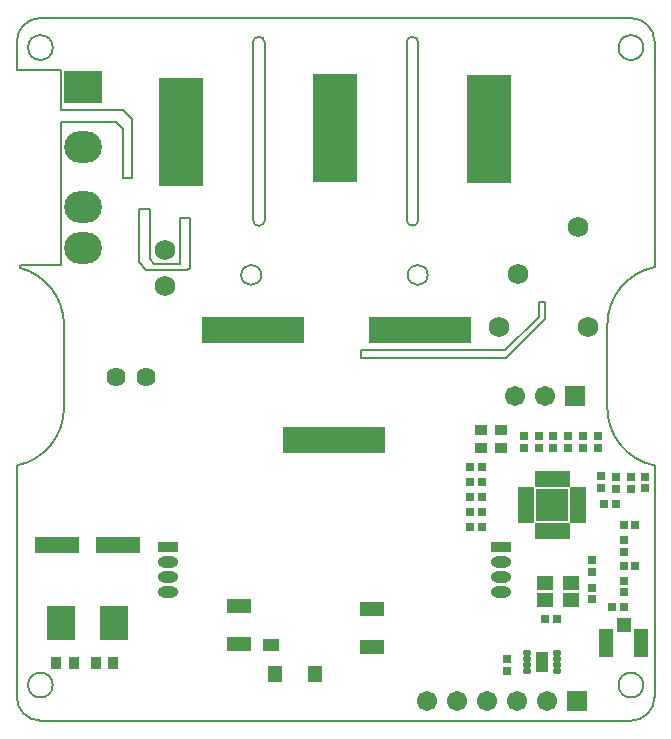
<source format=gts>
%FSLAX25Y25*%
%MOIN*%
G70*
G01*
G75*
G04 Layer_Color=8388736*
%ADD10C,0.01000*%
%ADD11C,0.00800*%
%ADD12C,0.03000*%
%ADD13C,0.02000*%
%ADD14C,0.04000*%
%ADD15R,0.11811X0.09843*%
%ADD16O,0.11811X0.09843*%
%ADD17R,0.02362X0.02362*%
%ADD18R,0.03347X0.02756*%
%ADD19R,0.09843X0.09843*%
%ADD20R,0.04724X0.01181*%
%ADD21R,0.01181X0.04724*%
%ADD22R,0.02362X0.02362*%
%ADD23R,0.03937X0.04134*%
%ADD24R,0.04134X0.08661*%
%ADD25R,0.04724X0.04331*%
%ADD26R,0.03543X0.06299*%
G04:AMPARAMS|DCode=27|XSize=21.65mil|YSize=9.84mil|CornerRadius=2.46mil|HoleSize=0mil|Usage=FLASHONLY|Rotation=0.000|XOffset=0mil|YOffset=0mil|HoleType=Round|Shape=RoundedRectangle|*
%AMROUNDEDRECTD27*
21,1,0.02165,0.00492,0,0,0.0*
21,1,0.01673,0.00984,0,0,0.0*
1,1,0.00492,0.00837,-0.00246*
1,1,0.00492,-0.00837,-0.00246*
1,1,0.00492,-0.00837,0.00246*
1,1,0.00492,0.00837,0.00246*
%
%ADD27ROUNDEDRECTD27*%
%ADD28R,0.04331X0.04724*%
%ADD29R,0.13780X0.04724*%
%ADD30R,0.08661X0.11024*%
%ADD31R,0.02756X0.03347*%
%ADD32R,0.07087X0.03937*%
%ADD33R,0.01969X0.03150*%
%ADD34R,0.02200X0.06800*%
%ADD35R,0.05000X0.08200*%
%ADD36R,0.19000X0.05200*%
%ADD37R,0.14100X0.20100*%
%ADD38R,0.19200X0.07300*%
%ADD39C,0.00500*%
%ADD40C,0.06000*%
%ADD41R,0.33465X0.07874*%
%ADD42O,0.06000X0.03000*%
%ADD43R,0.06000X0.03000*%
%ADD44R,0.05906X0.05906*%
%ADD45C,0.05906*%
%ADD46R,0.13780X0.35433*%
%ADD47C,0.02000*%
%ADD48C,0.03000*%
%ADD49C,0.04000*%
%ADD50R,0.03937X0.02362*%
%ADD51R,0.03937X0.07299*%
G04:AMPARAMS|DCode=52|XSize=157.48mil|YSize=275.59mil|CornerRadius=0mil|HoleSize=0mil|Usage=FLASHONLY|Rotation=180.000|XOffset=0mil|YOffset=0mil|HoleType=Round|Shape=Octagon|*
%AMOCTAGOND52*
4,1,8,0.03937,-0.13780,-0.03937,-0.13780,-0.07874,-0.09843,-0.07874,0.09843,-0.03937,0.13780,0.03937,0.13780,0.07874,0.09843,0.07874,-0.09843,0.03937,-0.13780,0.0*
%
%ADD52OCTAGOND52*%

%ADD53R,0.03150X0.05512*%
%ADD54R,0.03150X0.05512*%
%ADD55R,0.27200X0.43300*%
%ADD56R,0.13500X0.48000*%
%ADD57R,0.35700X0.14100*%
%ADD58R,0.14000X0.05900*%
%ADD59R,0.20500X0.07100*%
%ADD60R,0.08100X0.16600*%
%ADD61R,0.42700X0.04000*%
%ADD62R,0.26300X0.10800*%
%ADD63R,0.08500X0.52200*%
%ADD64C,0.06299*%
%ADD65C,0.05906*%
%ADD66C,0.07087*%
%ADD67C,0.01500*%
%ADD68C,0.00591*%
%ADD69C,0.00787*%
%ADD70C,0.00600*%
%ADD71R,0.12611X0.10642*%
%ADD72O,0.12611X0.10642*%
%ADD73R,0.03162X0.03162*%
%ADD74R,0.04147X0.03556*%
%ADD75R,0.10642X0.10642*%
%ADD76R,0.05524X0.01981*%
%ADD77R,0.01981X0.05524*%
%ADD78R,0.03162X0.03162*%
%ADD79R,0.04737X0.04934*%
%ADD80R,0.04934X0.09461*%
%ADD81R,0.05524X0.05131*%
%ADD82R,0.04343X0.07099*%
G04:AMPARAMS|DCode=83|XSize=29.65mil|YSize=17.84mil|CornerRadius=4.46mil|HoleSize=0mil|Usage=FLASHONLY|Rotation=0.000|XOffset=0mil|YOffset=0mil|HoleType=Round|Shape=RoundedRectangle|*
%AMROUNDEDRECTD83*
21,1,0.02965,0.00892,0,0,0.0*
21,1,0.02073,0.01784,0,0,0.0*
1,1,0.00892,0.01037,-0.00446*
1,1,0.00892,-0.01037,-0.00446*
1,1,0.00892,-0.01037,0.00446*
1,1,0.00892,0.01037,0.00446*
%
%ADD83ROUNDEDRECTD83*%
%ADD84R,0.05131X0.05524*%
%ADD85R,0.14579X0.05524*%
%ADD86R,0.09461X0.11824*%
%ADD87R,0.03556X0.04147*%
%ADD88R,0.07887X0.04737*%
%ADD89R,0.02769X0.03950*%
%ADD90C,0.06800*%
%ADD91C,0.06394*%
%ADD92R,0.34265X0.08674*%
%ADD93O,0.06800X0.03800*%
%ADD94R,0.06800X0.03800*%
%ADD95R,0.06706X0.06706*%
%ADD96C,0.06706*%
%ADD97R,0.14579X0.36233*%
D39*
X80160Y210284D02*
G03*
X76223Y210284I-1969J0D01*
G01*
X28979D02*
G03*
X25042Y210284I-1969J0D01*
G01*
Y151229D02*
G03*
X28979Y151229I1969J0D01*
G01*
X-41691Y208661D02*
G03*
X-41691Y208661I-4134J0D01*
G01*
X155160Y-3858D02*
G03*
X155160Y-3858I-4134J0D01*
G01*
X-41691D02*
G03*
X-41691Y-3858I-4134J0D01*
G01*
X-53698Y-7826D02*
G03*
X-45825Y-15700I7874J0D01*
G01*
X151026D02*
G03*
X158900Y-7826I0J7874D01*
G01*
X-53698Y69343D02*
G03*
X-37951Y88631I-3937J19287D01*
G01*
X143152D02*
G03*
X158900Y69343I19685J0D01*
G01*
Y135477D02*
G03*
X143152Y116190I3937J-19287D01*
G01*
X76223Y151229D02*
G03*
X80160Y151229I1969J0D01*
G01*
X27798Y132874D02*
G03*
X27798Y132874I-3347J0D01*
G01*
X83309D02*
G03*
X83309Y132874I-3347J0D01*
G01*
X80160Y210284D02*
G03*
X76223Y210284I-1969J0D01*
G01*
X28979D02*
G03*
X25042Y210284I-1969J0D01*
G01*
Y151229D02*
G03*
X28979Y151229I1969J0D01*
G01*
X-41691Y208661D02*
G03*
X-41691Y208661I-4134J0D01*
G01*
X155160D02*
G03*
X155160Y208661I-4134J0D01*
G01*
X-53698Y-7826D02*
G03*
X-45825Y-15700I7874J0D01*
G01*
X151026D02*
G03*
X158900Y-7826I0J7874D01*
G01*
Y210630D02*
G03*
X151026Y218504I-7874J0D01*
G01*
X-53698Y69343D02*
G03*
X-37951Y88631I-3937J19287D01*
G01*
X143152D02*
G03*
X158900Y69343I19685J0D01*
G01*
Y135477D02*
G03*
X143152Y116190I3937J-19287D01*
G01*
X-37951Y116190D02*
G03*
X-52541Y135204I-19685J0D01*
G01*
X76223Y151229D02*
G03*
X80160Y151229I1969J0D01*
G01*
X-45825Y218504D02*
G03*
X-53698Y210630I0J-7874D01*
G01*
Y201100D02*
Y210630D01*
Y201100D02*
X-39000D01*
X158900Y-7826D02*
Y69343D01*
X143152Y88631D02*
Y116190D01*
X80160Y151229D02*
Y210284D01*
X76223Y151229D02*
Y210284D01*
X28979Y151229D02*
Y210284D01*
X25042Y151229D02*
Y210284D01*
X-37951Y88631D02*
Y116190D01*
X-53698Y-7826D02*
Y69343D01*
X-45825Y218504D02*
X151026D01*
X158900Y-7826D02*
Y69343D01*
Y135477D02*
Y210630D01*
X143152Y88631D02*
Y116190D01*
X80160Y151229D02*
Y210284D01*
X76223Y151229D02*
Y210284D01*
X28979Y151229D02*
Y210284D01*
X25042Y151229D02*
Y210284D01*
X-37951Y88631D02*
Y116190D01*
X61000Y105200D02*
X109400D01*
X122300Y118100D01*
Y124000D01*
X120300D02*
X122300D01*
X120300Y119000D02*
Y124000D01*
X109000Y107700D02*
X120300Y119000D01*
X61000Y107700D02*
X109000D01*
X61000Y105200D02*
Y107700D01*
X-24300Y183900D02*
X-20600D01*
X-18200Y181500D01*
Y165300D02*
Y181500D01*
Y165300D02*
X-15400D01*
Y184900D01*
X-18300Y187800D02*
X-15400Y184900D01*
X-39000Y187800D02*
X-18300D01*
X-39000Y183900D02*
X-24300D01*
X-39000Y187800D02*
Y201100D01*
Y136051D02*
Y183900D01*
X-9300Y138100D02*
Y155000D01*
Y138100D02*
X-7800Y136600D01*
X700D01*
Y151800D01*
X3900D01*
Y135300D02*
Y151800D01*
X3200Y134600D02*
X3900Y135300D01*
X-10500Y134600D02*
X3200D01*
X-13100Y137200D02*
X-10500Y134600D01*
X-13100Y137200D02*
Y155000D01*
X-9300D01*
X-45825Y-15700D02*
X110100D01*
X105412D02*
X151026D01*
X-52541Y135204D02*
Y135714D01*
X-52204Y136051D02*
X-39000D01*
X-52541Y135714D02*
X-52204Y136051D01*
D71*
X-31700Y195400D02*
D03*
D72*
Y175400D02*
D03*
Y155400D02*
D03*
Y142000D02*
D03*
D73*
X139901Y75321D02*
D03*
Y79258D02*
D03*
X135002Y75321D02*
D03*
Y79258D02*
D03*
X130102D02*
D03*
Y75321D02*
D03*
X125201D02*
D03*
Y79258D02*
D03*
X120301Y75321D02*
D03*
Y79258D02*
D03*
X115401Y75321D02*
D03*
Y79258D02*
D03*
X155800Y61700D02*
D03*
Y65637D02*
D03*
X150933Y61600D02*
D03*
Y65537D02*
D03*
X146067Y61600D02*
D03*
Y65537D02*
D03*
X141200Y61800D02*
D03*
Y65737D02*
D03*
X148600Y44600D02*
D03*
Y40663D02*
D03*
X138002Y33821D02*
D03*
Y37758D02*
D03*
X148600Y31000D02*
D03*
Y27063D02*
D03*
X138002Y28621D02*
D03*
Y24684D02*
D03*
X109801Y4721D02*
D03*
Y784D02*
D03*
D74*
X107601Y81226D02*
D03*
Y75321D02*
D03*
X100901Y75221D02*
D03*
Y81126D02*
D03*
D75*
X124800Y56300D02*
D03*
D76*
X116177Y51300D02*
D03*
Y53268D02*
D03*
Y55237D02*
D03*
Y57205D02*
D03*
Y59174D02*
D03*
Y61142D02*
D03*
X133500Y51300D02*
D03*
Y53268D02*
D03*
Y55237D02*
D03*
Y57205D02*
D03*
Y59174D02*
D03*
Y61142D02*
D03*
D77*
X125823Y64883D02*
D03*
X127791D02*
D03*
X129760D02*
D03*
X123854D02*
D03*
X121886D02*
D03*
X119917D02*
D03*
Y47560D02*
D03*
X121886D02*
D03*
X123854D02*
D03*
X125823D02*
D03*
X127791D02*
D03*
X129760D02*
D03*
D78*
X142100Y56500D02*
D03*
X146037D02*
D03*
X152500Y49500D02*
D03*
X148563D02*
D03*
X152500Y36000D02*
D03*
X148563D02*
D03*
X148600Y22200D02*
D03*
X144663D02*
D03*
X122500Y18300D02*
D03*
X126437D02*
D03*
X101337Y68700D02*
D03*
X97400D02*
D03*
X101337Y63750D02*
D03*
X97400D02*
D03*
X101337Y53850D02*
D03*
X97400D02*
D03*
X101337Y48900D02*
D03*
X97400D02*
D03*
X101337Y58800D02*
D03*
X97400D02*
D03*
D79*
X148601Y16123D02*
D03*
D80*
X142795Y10119D02*
D03*
X154409D02*
D03*
D81*
X131032Y24368D02*
D03*
X122371D02*
D03*
X131032Y30273D02*
D03*
X122371D02*
D03*
D82*
X121301Y3821D02*
D03*
D83*
X126420Y6821D02*
D03*
Y4852D02*
D03*
Y2884D02*
D03*
Y915D02*
D03*
X116282D02*
D03*
Y2884D02*
D03*
Y4852D02*
D03*
Y6821D02*
D03*
D84*
X45827Y-100D02*
D03*
X32500D02*
D03*
D85*
X-20043Y42700D02*
D03*
X-40357D02*
D03*
D86*
X-38900Y17000D02*
D03*
X-21183D02*
D03*
D87*
X-27388Y3621D02*
D03*
X-21483D02*
D03*
X-40594D02*
D03*
X-34688D02*
D03*
D88*
X64601Y21616D02*
D03*
Y8821D02*
D03*
X20300Y9805D02*
D03*
Y22600D02*
D03*
D89*
X29600Y9668D02*
D03*
X32553D02*
D03*
D90*
X133400Y148874D02*
D03*
X113400Y133126D02*
D03*
X107137Y115521D02*
D03*
X136666D02*
D03*
X-4298Y129215D02*
D03*
Y141026D02*
D03*
D91*
X-10679Y98700D02*
D03*
X-20521D02*
D03*
D92*
X25132Y114646D02*
D03*
X80869D02*
D03*
X52207Y77698D02*
D03*
D93*
X107800Y37032D02*
D03*
Y27032D02*
D03*
Y32032D02*
D03*
X-3400Y37032D02*
D03*
Y27032D02*
D03*
Y32032D02*
D03*
D94*
X107800Y42032D02*
D03*
X-3400D02*
D03*
D95*
X132902Y-9279D02*
D03*
X132402Y92621D02*
D03*
D96*
X122901Y-9279D02*
D03*
X112901D02*
D03*
X102901D02*
D03*
X92901D02*
D03*
X82902D02*
D03*
X122401Y92621D02*
D03*
X112401D02*
D03*
D97*
X52507Y181846D02*
D03*
X1207Y180546D02*
D03*
X103807Y181446D02*
D03*
M02*

</source>
